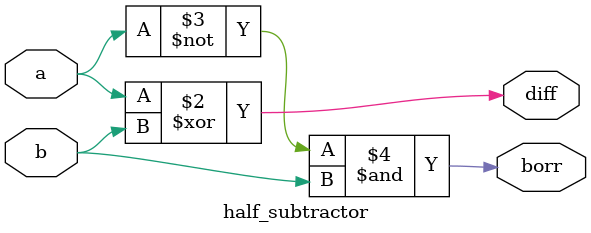
<source format=v>
module half_subtractor(a,b,diff,borr);
input a,b;
output reg diff,borr;

always @(a,b)
begin 
	diff <= a ^ b;
	borr <= ~a & b;
end 
endmodule 
</source>
